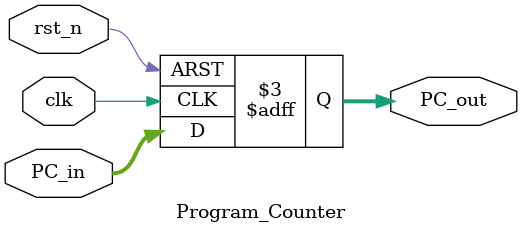
<source format=v>
module Program_Counter(
    clk,
    rst_n,
    PC_in,
    PC_out
);

input clk;
input rst_n;
input [31:0] PC_in;
output reg [31:0] PC_out;

always @ (posedge clk or negedge rst_n) begin
    if(~rst_n) begin
        PC_out <= 32'h00000000;
    end
    else begin 
        PC_out <= PC_in;
    end
end

endmodule
</source>
